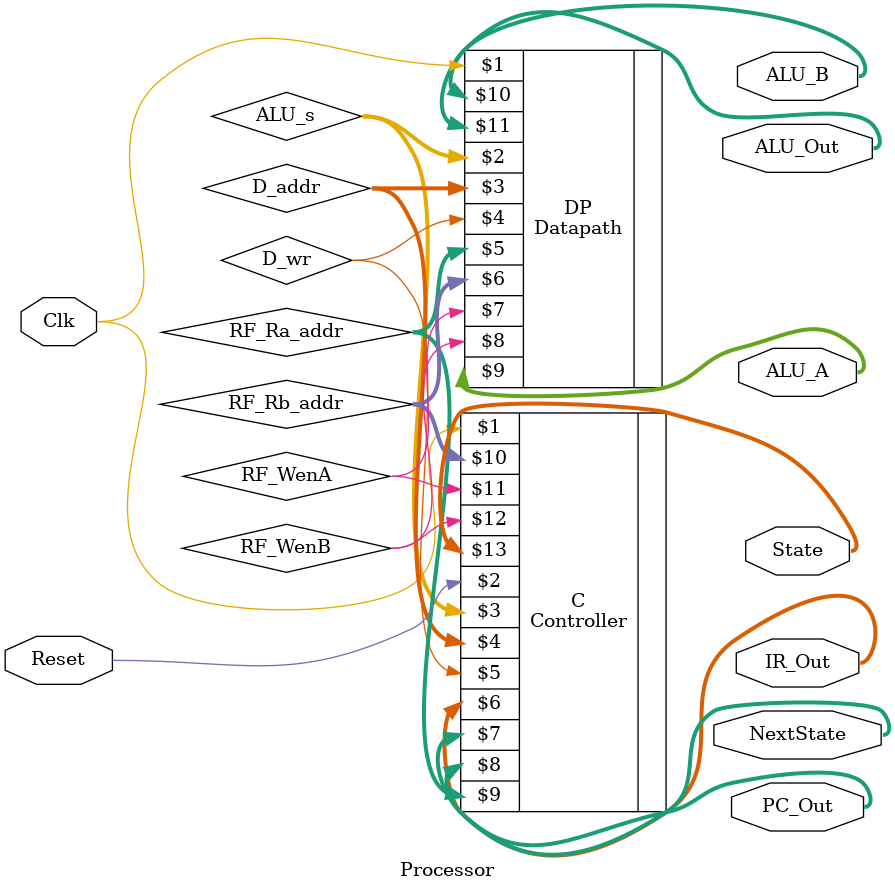
<source format=v>
/*
* TCES 330
* 5/23/2016
* Max Kulish, Wayvern McCormick, Zeeshan Karim
* Lab B
* This module instantiates the controller and datapath to run the processor
*/

module Processor(Clk, Reset, IR_Out, PC_Out, State, NextState, ALU_A, ALU_B, ALU_Out);
	input Clk; // processor clock
	input Reset; // system reset
	output [15:0] IR_Out; // Instruction register
	output [6:0] PC_Out; // Program counter
	output [4:0] State; // FSM current state
	output [4:0] NextState; // FSM next state (or 0 if you don’t use one)
	output [15:0] ALU_A; // ALU A-Side Input
	output [15:0] ALU_B; // ALU B-Side Input
	output [15:0] ALU_Out; // ALU current output
	
	wire [2:0] ALU_s; //ALU selection
	wire [7:0] D_addr; //data address
	wire D_wr, RF_WenA, RF_WenB; //enable signals for data write and RF writes
	wire [3:0] RF_Ra_addr, RF_Rb_addr; //RF data addresses
	
	//reference Controller(Clk, Reset, ALU_s, D_addr, D_wr, IR_Out, NextState_Out, PC_Out, RF_Ra_addr, RF_Rb_addr, RF_WenA, RF_WenB, State_Out);
	Controller C(Clk, Reset, ALU_s, D_addr, D_wr, IR_Out, NextState, PC_Out, RF_Ra_addr, RF_Rb_addr, RF_WenA, RF_WenB, State);
	
	//reference Datapath(Clk, ALU_s, D_addr, D_wr, RF_A_addr, RF_B_addr, RF_WenA, RF_WenB, ALU_A, ALU_B, ALU_Out);
	Datapath DP(Clk, ALU_s, D_addr, D_wr, RF_Ra_addr, RF_Rb_addr, RF_WenA, RF_WenB, ALU_A, ALU_B, ALU_Out);
	
endmodule

</source>
